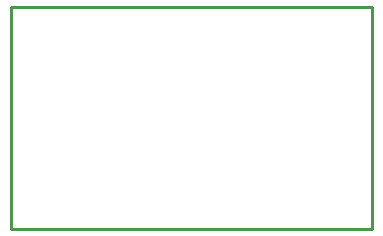
<source format=gko>
G04*
G04 #@! TF.GenerationSoftware,Altium Limited,Altium Designer,19.0.4 (130)*
G04*
G04 Layer_Color=16711935*
%FSLAX25Y25*%
%MOIN*%
G70*
G01*
G75*
%ADD13C,0.01000*%
D13*
X109500Y213000D02*
Y287000D01*
Y213000D02*
X230000D01*
Y287000D01*
X109500D02*
X230000D01*
M02*

</source>
